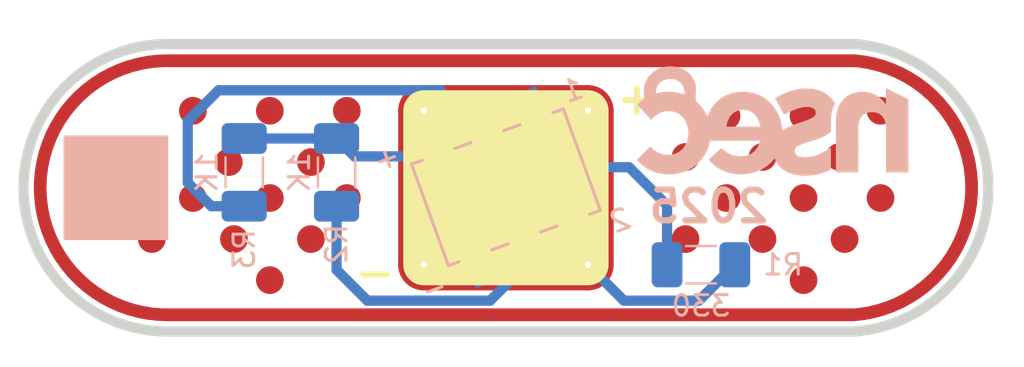
<source format=kicad_pcb>
(kicad_pcb (version 20240108) (generator "pcbnew") (generator_version "8.0")
  (layers (0 "F.Cu" signal) (31 "B.Cu" signal) (34 "B.Paste" user) (35 "F.Paste" user) (36 "B.SilkS" user "B.Silkscreen") (37 "F.SilkS" user "F.Silkscreen") (38 "B.Mask" user) (39 "F.Mask" user) (44 "Edge.Cuts" user))
  (net 0 "")
  (net 1 "Net-(D1-A)")
  (net 2 "GND")
  (net 3 "Net-(J1-SDA)")
  (net 4 "Net-(J1-SCL)")
  (net 5 "+3V3")
  (footprint "footprints:Pin 1 smd" (layer "F.Cu") (at 133.75 96.5)
    (property "Reference" "REF**" (hide yes))
    (property "Value" "Pin 1 smd" (hide yes))
    (pad "1" smd circle (at 0 0) (size 1.35 1.35) (layers "F.Cu" "F.Paste" "F.Mask"))
  )
  (footprint "footprints:Pin 1 smd" (layer "F.Cu") (at 161.5 94.5)
    (property "Reference" "REF**" (hide yes))
    (property "Value" "Pin 1 smd" (hide yes))
    (pad "1" smd circle (at 0 0) (size 1.35 1.35) (layers "F.Cu" "F.Paste" "F.Mask"))
  )
  (footprint "footprints:Pin 1 smd" (layer "F.Cu") (at 161.5 98.5)
    (property "Reference" "REF**" (hide yes))
    (property "Value" "Pin 1 smd" (hide yes))
    (pad "1" smd circle (at 0 0) (size 1.35 1.35) (layers "F.Cu" "F.Paste" "F.Mask"))
  )
  (footprint "footprints:Pin 1 smd" (layer "F.Cu") (at 167.25 92.25)
    (property "Reference" "REF**" (hide yes))
    (property "Value" "Pin 1 smd" (hide yes))
    (pad "1" smd circle (at 0 0) (size 1.35 1.35) (layers "F.Cu" "F.Paste" "F.Mask"))
  )
  (footprint "footprints:Pin 1 smd" (layer "F.Cu") (at 141.25 96.5)
    (property "Reference" "REF**" (hide yes))
    (property "Value" "Pin 1 smd" (hide yes))
    (pad "1" smd circle (at 0 0) (size 1.35 1.35) (layers "F.Cu" "F.Paste" "F.Mask"))
  )
  (footprint "footprints:Pin 1 smd" (layer "F.Cu") (at 131.75 94.75)
    (property "Reference" "REF**" (hide yes))
    (property "Value" "Pin 1 smd" (hide yes))
    (pad "1" smd circle (at 0 0) (size 1.35 1.35) (layers "F.Cu" "F.Paste" "F.Mask"))
  )
  (footprint "footprints:Pin 1 smd" (layer "F.Cu") (at 159.75 96.5)
    (property "Reference" "REF**" (hide yes))
    (property "Value" "Pin 1 smd" (hide yes))
    (pad "1" smd circle (at 0 0) (size 1.35 1.35) (layers "F.Cu" "F.Paste" "F.Mask"))
  )
  (footprint "footprints:LED_1206_3216Metric_Pad1.42x1.75mm_HandSolder" (layer "F.Cu") (at 149 96)
    (property "Reference" "D1" (at 0 -1.82 0) (layer "F.SilkS"))
    (property "Value" "LED")
    (fp_text user "+" (at 2.59 -0.73 0) (layer "F.SilkS") (effects (font (thickness 0.1)) (justify left bottom)))
    (fp_text user "-" (at -4.17 1.65 0) (layer "F.SilkS") (effects (font (thickness 0.1)) (justify left bottom)))
    (pad "1" smd roundrect (at -1.5875 -0.025) (size 1.625 2.1) (layers "F.Cu" "F.Paste" "F.Mask") (roundrect_rratio 0.175439) (net 2 "GND"))
    (pad "2" smd roundrect (at 1.5875 -0.025) (size 1.625 2.1) (layers "F.Cu" "F.Paste" "F.Mask") (roundrect_rratio 0.175439) (net 1 "Net-(D1-A)"))
  )
  (footprint "footprints:Pin 1 smd" (layer "F.Cu") (at 163.5 96.5)
    (property "Reference" "REF**" (hide yes))
    (property "Value" "Pin 1 smd" (hide yes))
    (pad "1" smd circle (at 0 0) (size 1.35 1.35) (layers "F.Cu" "F.Paste" "F.Mask"))
  )
  (footprint "footprints:Pin 1 smd" (layer "F.Cu") (at 167.25 96.5)
    (property "Reference" "REF**" (hide yes))
    (property "Value" "Pin 1 smd" (hide yes))
    (pad "1" smd circle (at 0 0) (size 1.35 1.35) (layers "F.Cu" "F.Paste" "F.Mask"))
  )
  (footprint "footprints:Pin 1 smd" (layer "F.Cu") (at 137.5 96.5)
    (property "Reference" "REF**" (hide yes))
    (property "Value" "Pin 1 smd" (hide yes))
    (pad "1" smd circle (at 0 0) (size 1.35 1.35) (layers "F.Cu" "F.Paste" "F.Mask"))
  )
  (footprint "footprints:Pin 1 smd" (layer "F.Cu") (at 159.75 92.5)
    (property "Reference" "REF**" (hide yes))
    (property "Value" "Pin 1 smd" (hide yes))
    (pad "1" smd circle (at 0 0) (size 1.35 1.35) (layers "F.Cu" "F.Paste" "F.Mask"))
  )
  (footprint "footprints:Pin 1 smd" (layer "F.Cu") (at 137.5 92.25)
    (property "Reference" "REF**" (hide yes))
    (property "Value" "Pin 1 smd" (hide yes))
    (pad "1" smd circle (at 0 0) (size 1.35 1.35) (layers "F.Cu" "F.Paste" "F.Mask"))
  )
  (footprint "footprints:Pin 1 smd" (layer "F.Cu") (at 133.75 92.25)
    (property "Reference" "REF**" (hide yes))
    (property "Value" "Pin 1 smd" (hide yes))
    (pad "1" smd circle (at 0 0) (size 1.35 1.35) (layers "F.Cu" "F.Paste" "F.Mask"))
  )
  (footprint "footprints:Pin 1 smd" (layer "F.Cu") (at 135.5 94.75)
    (property "Reference" "REF**" (hide yes))
    (property "Value" "Pin 1 smd" (hide yes))
    (pad "1" smd circle (at 0 0) (size 1.35 1.35) (layers "F.Cu" "F.Paste" "F.Mask"))
  )
  (footprint "footprints:Pin 1 smd" (layer "F.Cu") (at 131.75 98.5)
    (property "Reference" "REF**" (hide yes))
    (property "Value" "Pin 1 smd" (hide yes))
    (pad "1" smd circle (at 0 0) (size 1.35 1.35) (layers "F.Cu" "F.Paste" "F.Mask"))
  )
  (footprint "footprints:Pin 1 smd" (layer "F.Cu") (at 139.5 94.75)
    (property "Reference" "REF**" (hide yes))
    (property "Value" "Pin 1 smd" (hide yes))
    (pad "1" smd circle (at 0 0) (size 1.35 1.35) (layers "F.Cu" "F.Paste" "F.Mask"))
  )
  (footprint "footprints:Pin 1 smd" (layer "F.Cu") (at 157.75 98.5)
    (property "Reference" "REF**" (hide yes))
    (property "Value" "Pin 1 smd" (hide yes))
    (pad "1" smd circle (at 0 0) (size 1.35 1.35) (layers "F.Cu" "F.Paste" "F.Mask"))
  )
  (footprint "footprints:Pin 1 smd" (layer "F.Cu") (at 163.5 92.5)
    (property "Reference" "REF**" (hide yes))
    (property "Value" "Pin 1 smd" (hide yes))
    (pad "1" smd circle (at 0 0) (size 1.35 1.35) (layers "F.Cu" "F.Paste" "F.Mask"))
  )
  (footprint "footprints:Pin 1 smd" (layer "F.Cu") (at 137.5 100.5)
    (property "Reference" "REF**" (hide yes))
    (property "Value" "Pin 1 smd" (hide yes))
    (pad "1" smd circle (at 0 0) (size 1.35 1.35) (layers "F.Cu" "F.Paste" "F.Mask"))
  )
  (footprint "footprints:Pin 1 smd" (layer "F.Cu") (at 135.75 98.5)
    (property "Reference" "REF**" (hide yes))
    (property "Value" "Pin 1 smd" (hide yes))
    (pad "1" smd circle (at 0 0) (size 1.35 1.35) (layers "F.Cu" "F.Paste" "F.Mask"))
  )
  (footprint "footprints:Pin 1 smd" (layer "F.Cu") (at 139.5 98.5)
    (property "Reference" "REF**" (hide yes))
    (property "Value" "Pin 1 smd" (hide yes))
    (pad "1" smd circle (at 0 0) (size 1.35 1.35) (layers "F.Cu" "F.Paste" "F.Mask"))
  )
  (footprint "footprints:Pin 1 smd" (layer "F.Cu") (at 165.25 94.5)
    (property "Reference" "REF**" (hide yes))
    (property "Value" "Pin 1 smd" (hide yes))
    (pad "1" smd circle (at 0 0) (size 1.35 1.35) (layers "F.Cu" "F.Paste" "F.Mask"))
  )
  (footprint "footprints:Pin 1 smd" (layer "F.Cu") (at 163.5 100.5)
    (property "Reference" "REF**" (hide yes))
    (property "Value" "Pin 1 smd" (hide yes))
    (pad "1" smd circle (at 0 0) (size 1.35 1.35) (layers "F.Cu" "F.Paste" "F.Mask"))
  )
  (footprint "footprints:Pin 1 smd" (layer "F.Cu") (at 165.5 98.5)
    (property "Reference" "REF**" (hide yes))
    (property "Value" "Pin 1 smd" (hide yes))
    (pad "1" smd circle (at 0 0) (size 1.35 1.35) (layers "F.Cu" "F.Paste" "F.Mask"))
  )
  (footprint "footprints:Pin 1 smd" (layer "F.Cu") (at 141.25 92.25)
    (property "Reference" "REF**" (hide yes))
    (property "Value" "Pin 1 smd" (hide yes))
    (pad "1" smd circle (at 0 0) (size 1.35 1.35) (layers "F.Cu" "F.Paste" "F.Mask"))
  )
  (footprint "footprints:Pin 1 smd" (layer "F.Cu") (at 157.75 94.5)
    (property "Reference" "REF**" (hide yes))
    (property "Value" "Pin 1 smd" (hide yes))
    (pad "1" smd circle (at 0 0) (size 1.35 1.35) (layers "F.Cu" "F.Paste" "F.Mask"))
  )
  (footprint "footprints:nsec-2025" (layer "B.Cu") (at 161.887799 95.665893 180)
    (property "Reference" "REF**" (hide yes))
    (property "Value" "nsec-2025" (hide yes))
    (fp_text user "2025" (at -0.04731 -2.118696 0) (layer "B.SilkS") (effects (font (size 1.5 1.5) (thickness 0.3) (bold yes)) (justify left bottom mirror)))
  )
  (footprint "footprints:SAO Connector SMD" (layer "B.Cu") (at 149 95.975001 -160)
    (property "Reference" "J1" (hide yes))
    (property "Value" "SAO Connector SMD" (hide yes))
    (fp_text user "2" (at -5.25 -4 20) (layer "B.SilkS") (effects (justify left bottom mirror)))
    (fp_text user "-" (at 4.25 -4 20) (layer "B.SilkS") (effects (justify left bottom mirror)))
    (fp_text user "1" (at -5.25 2.75 20) (layer "B.SilkS") (effects (justify left bottom mirror)))
    (fp_text user "+" (at 4.25 2.75 20) (layer "B.SilkS") (effects (justify left bottom mirror)))
    (pad "1" smd rect (at -2.54 2.524999 200) (size 1.0414 3.2004) (layers "B.Cu" "B.Paste" "B.Mask"))
    (pad "2" smd rect (at -2.54 -2.524999 200) (size 1.0414 3.2004) (layers "B.Cu" "B.Paste" "B.Mask"))
    (pad "3" smd rect (at 0 2.524999 200) (size 1.0414 3.2004) (layers "B.Cu" "B.Paste" "B.Mask") (net 3 "Net-(J1-SDA)"))
    (pad "4" smd rect (at 0 -2.524999 200) (size 1.0414 3.2004) (layers "B.Cu" "B.Paste" "B.Mask") (net 4 "Net-(J1-SCL)"))
    (pad "5" smd rect (at 2.54 2.524999 200) (size 1.0414 3.2004) (layers "B.Cu" "B.Paste" "B.Mask") (net 5 "+3V3"))
    (pad "6" smd rect (at 2.54 -2.524999 200) (size 1.0414 3.2004) (layers "B.Cu" "B.Paste" "B.Mask") (net 2 "GND"))
  )
  (footprint "footprints:R_1206_3216Metric_Pad1.30x1.75mm_HandSolder" (layer "B.Cu") (at 158.5 99.75)
    (property "Reference" "R1" (at 4 0 0) (layer "B.SilkS") (effects (justify mirror)))
    (property "Value" "330" (at 0 2 0) (layer "B.SilkS") (effects (justify mirror)))
    (pad "1" smd roundrect (at -1.65 0) (size 1.5 2.2) (layers "B.Cu" "B.Paste" "B.Mask") (roundrect_rratio 0.192308) (net 5 "+3V3"))
    (pad "2" smd roundrect (at 1.65 0) (size 1.5 2.2) (layers "B.Cu" "B.Paste" "B.Mask") (roundrect_rratio 0.192308) (net 1 "Net-(D1-A)"))
  )
  (footprint "footprints:R_1206_3216Metric_Pad1.30x1.75mm_HandSolder" (layer "B.Cu") (at 140.75 95.25 90)
    (property "Reference" "R2" (at -3.5 0 90) (layer "B.SilkS") (effects (justify mirror)))
    (property "Value" "1K" (at 0 -1.82 90) (layer "B.SilkS") (effects (justify mirror)))
    (pad "1" smd roundrect (at -1.65 0 90) (size 1.5 2.2) (layers "B.Cu" "B.Paste" "B.Mask") (roundrect_rratio 0.192308) (net 4 "Net-(J1-SCL)"))
    (pad "2" smd roundrect (at 1.65 0 90) (size 1.5 2.2) (layers "B.Cu" "B.Paste" "B.Mask") (roundrect_rratio 0.192308) (net 5 "+3V3"))
  )
  (footprint "footprints:R_1206_3216Metric_Pad1.30x1.75mm_HandSolder" (layer "B.Cu") (at 136.25 95.25 90)
    (property "Reference" "R3" (at -3.75 0 90) (layer "B.SilkS") (effects (justify mirror)))
    (property "Value" "1K" (at 0 -1.82 90) (layer "B.SilkS") (effects (justify mirror)))
    (pad "1" smd roundrect (at -1.65 0 90) (size 1.5 2.2) (layers "B.Cu" "B.Paste" "B.Mask") (roundrect_rratio 0.192308) (net 3 "Net-(J1-SDA)"))
    (pad "2" smd roundrect (at 1.65 0 90) (size 1.5 2.2) (layers "B.Cu" "B.Paste" "B.Mask") (roundrect_rratio 0.192308) (net 5 "+3V3"))
  )
  (gr_line (start 154 92.25) (end 154 99.75) (stroke (width 0.5)) (layer "F.Cu"))
  (gr_arc (start 145 100.75) (mid 144.292893 100.457107) (end 144 99.75) (stroke (width 0.5)) (layer "F.Cu"))
  (gr_line (start 145 100.75) (end 153 100.75) (stroke (width 0.5)) (layer "F.Cu"))
  (gr_arc (start 144 92.25) (mid 144.292893 91.542893) (end 145 91.25) (stroke (width 0.5)) (layer "F.Cu"))
  (gr_line (start 144 92.25) (end 144 99.75) (stroke (width 0.5)) (layer "F.Cu"))
  (gr_line (start 153 91.25) (end 145 91.25) (stroke (width 0.5)) (layer "F.Cu"))
  (gr_arc (start 154 99.75) (mid 153.707107 100.457107) (end 153 100.75) (stroke (width 0.5)) (layer "F.Cu"))
  (gr_arc (start 153 91.25) (mid 153.707107 91.542893) (end 154 92.25) (stroke (width 0.5)) (layer "F.Cu"))
  (gr_rect (start 127.5 93.5) (end 132.5 98.5) (stroke (width 0.1)) (fill solid) (layer "B.SilkS"))
  (gr_poly (pts (arc (start 145 91.25) (mid 144.292893 91.542893) (end 144 92.25)) (arc (start 144 99.75) (mid 144.292893 100.457107) (end 145 100.75)) (arc (start 153 100.75) (mid 153.707107 100.457107) (end 154 99.75)) (arc (start 154 92.25) (mid 153.707107 91.542893) (end 153 91.25))) (fill solid) (layer "F.SilkS"))
  (gr_line (start 166 89) (end 132.5 89) (stroke (width 0.5)) (layer "Edge.Cuts"))
  (gr_arc (start 132.5 103) (mid 125.5 96) (end 132.5 89) (stroke (width 0.5)) (layer "Edge.Cuts"))
  (gr_arc (start 166 89) (mid 172.501297 96) (end 166 103) (stroke (width 0.5)) (layer "Edge.Cuts"))
  (gr_line (start 166 103) (end 132.5 103) (stroke (width 0.5)) (layer "Edge.Cuts"))
  (gr_text "-" (at 141.5 101 0) (layer "F.SilkS") (effects (font (size 1.5 1.5) (thickness 0.3) (bold yes)) (justify left bottom)))
  (gr_text "+" (at 154.25 92.5 0) (layer "F.SilkS") (effects (font (size 1.5 1.5) (thickness 0.3) (bold yes)) (justify left bottom)))
  (via (at 145 92.25) (size 0.6) (drill 0.3) (layers "F.Cu" "B.Cu") (net 0))
  (via (at 153 92.25) (size 0.6) (drill 0.3) (layers "F.Cu" "B.Cu") (net 0))
  (segment (start 150.6125 96) (end 150.6125 97.3625) (width 0.5) (layer "F.Cu") (net 1))
  (segment (start 150.6125 96) (end 150.5875 95.975) (width 0.5) (layer "F.Cu") (net 1))
  (segment (start 150.6125 97.3625) (end 153 99.75) (width 0.5) (layer "F.Cu") (net 1))
  (via (at 153 99.75) (size 0.6) (drill 0.3) (layers "F.Cu" "B.Cu") (net 1))
  (segment (start 153 99.75) (end 154.75 101.5) (width 0.5) (layer "B.Cu") (net 1))
  (segment (start 158.4 101.5) (end 160.15 99.75) (width 0.5) (layer "B.Cu") (net 1))
  (segment (start 154.75 101.5) (end 158.4 101.5) (width 0.5) (layer "B.Cu") (net 1))
  (segment (start 147.4125 97.3375) (end 145 99.75) (width 0.5) (layer "F.Cu") (net 2))
  (segment (start 147.4125 95.975) (end 147.4125 97.3375) (width 0.5) (layer "F.Cu") (net 2))
  (via (at 145 99.75) (size 0.6) (drill 0.3) (layers "F.Cu" "B.Cu") (net 2))
  (segment (start 146.943236 99.75) (end 147.476781 99.216455) (width 0.5) (layer "B.Cu") (net 2))
  (segment (start 145 99.75) (end 146.943236 99.75) (width 0.5) (layer "B.Cu") (net 2))
  (segment (start 135 91.25) (end 133.5 92.75) (width 0.5) (layer "B.Cu") (net 3))
  (segment (start 145.784121 91.25) (end 135 91.25) (width 0.5) (layer "B.Cu") (net 3))
  (segment (start 133.5 95.75) (end 134.65 96.9) (width 0.5) (layer "B.Cu") (net 3))
  (segment (start 134.65 96.9) (end 136.25 96.9) (width 0.5) (layer "B.Cu") (net 3))
  (segment (start 133.5 92.75) (end 133.5 95.75) (width 0.5) (layer "B.Cu") (net 3))
  (segment (start 148.136399 93.602278) (end 145.784121 91.25) (width 0.5) (layer "B.Cu") (net 3))
  (segment (start 148.233749 101.5) (end 142.25 101.5) (width 0.5) (layer "B.Cu") (net 4))
  (segment (start 149.863601 98.347724) (end 149.863601 99.870148) (width 0.5) (layer "B.Cu") (net 4))
  (segment (start 142.25 101.5) (end 140.75 100) (width 0.5) (layer "B.Cu") (net 4))
  (segment (start 149.863601 99.870148) (end 148.233749 101.5) (width 0.5) (layer "B.Cu") (net 4))
  (segment (start 140.75 100) (end 140.75 96.9) (width 0.5) (layer "B.Cu") (net 4))
  (segment (start 140.899998 93.450002) (end 140.75 93.6) (width 0.5) (layer "B.Cu") (net 5))
  (segment (start 147.028571 95.75) (end 150.5 95.75) (width 0.5) (layer "B.Cu") (net 5))
  (segment (start 150.5 95.75) (end 151.25 95) (width 0.5) (layer "B.Cu") (net 5))
  (segment (start 151.25 95) (end 155 95) (width 0.5) (layer "B.Cu") (net 5))
  (segment (start 141.621009 94.471009) (end 140.75 93.6) (width 0.5) (layer "B.Cu") (net 5))
  (segment (start 155 95) (end 156.85 96.85) (width 0.5) (layer "B.Cu") (net 5))
  (segment (start 140.75 93.6) (end 136.25 93.6) (width 0.5) (layer "B.Cu") (net 5))
  (segment (start 145.74958 94.471009) (end 147.028571 95.75) (width 0.5) (layer "B.Cu") (net 5))
  (segment (start 156.85 96.85) (end 156.85 99.75) (width 0.5) (layer "B.Cu") (net 5))
  (segment (start 145.74958 94.471009) (end 141.621009 94.471009) (width 0.5) (layer "B.Cu") (net 5))
  (zone (net 0) (net_name "") (layer "F.Cu") (connect_pads (clearance 0.5)) (min_thickness 0.25) (fill yes (thermal_gap 0.5) (thermal_bridge_width 0.5) (island_removal_mode 1) (island_area_min 10))
    (polygon (pts (xy 166.078024 87.878116) (xy 166.081704 87.878067) (xy 166.081704 87.878068) (xy 166.084501 87.87837) (xy 166.086973 87.878468) (xy 166.090376 87.879007) (xy 166.632531 87.937713) (xy 167.178028 88.034672) (xy 167.71567 88.168496) (xy 168.242969 88.338564) (xy 168.757485 88.544091) (xy 169.256837 88.784124) (xy 169.738713 89.057554) (xy 170.200883 89.363113) (xy 170.641208 89.699389) (xy 171.057651 90.064825) (xy 171.448284 90.45773) (xy 171.811299 90.876284) (xy 172.145016 91.318552) (xy 172.44789 91.782487) (xy 172.71852 92.26594) (xy 172.955654 92.766675) (xy 173.158194 93.282374) (xy 173.325202 93.810651) (xy 173.455905 94.34906) (xy 173.549699 94.89511) (xy 173.60615 95.446274) (xy 173.624996 96) (xy 173.60615 96.553726) (xy 173.549699 97.10489) (xy 173.455905 97.65094) (xy 173.325202 98.189349) (xy 173.158194 98.717626) (xy 172.955654 99.233325) (xy 172.71852 99.73406) (xy 172.44789 100.217513) (xy 172.145016 100.681448) (xy 171.811299 101.123716) (xy 171.448284 101.54227) (xy 171.057651 101.935175) (xy 170.641208 102.300611) (xy 170.200883 102.636887) (xy 169.738713 102.942446) (xy 169.256837 103.215876) (xy 168.757485 103.455909) (xy 168.242969 103.661436) (xy 167.71567 103.831504) (xy 167.178028 103.965328) (xy 166.632531 104.062287) (xy 166.090376 104.120992) (xy 166.086973 104.121532) (xy 166.084501 104.121629) (xy 166.081704 104.121932) (xy 166.081704 104.121933) (xy 166.078024 104.121883) (xy 165.998707 104.125) (xy 132.498707 104.125) (xy 132.4987 104.124999) (xy 131.944238 104.106059) (xy 131.392353 104.049324) (xy 130.845627 103.95506) (xy 130.306608 103.823705) (xy 129.777809 103.655872) (xy 129.261697 103.452344) (xy 128.760677 103.21407) (xy 128.277085 102.94216) (xy 127.813176 102.637883) (xy 127.371114 102.302657) (xy 126.952959 101.938045) (xy 126.56066 101.545747) (xy 126.196048 101.127592) (xy 125.860821 100.68553) (xy 125.556544 100.221622) (xy 125.284634 99.738031) (xy 125.046359 99.237011) (xy 124.842831 98.720899) (xy 124.674997 98.1921) (xy 124.543642 97.653081) (xy 124.449377 97.106355) (xy 124.392641 96.55447) (xy 124.3737 96) (xy 124.392641 95.44553) (xy 124.449377 94.893645) (xy 124.543642 94.346919) (xy 124.674997 93.8079) (xy 124.842831 93.279101) (xy 125.046359 92.762989) (xy 125.284634 92.261969) (xy 125.556544 91.778378) (xy 125.860821 91.31447) (xy 126.196048 90.872408) (xy 126.56066 90.454253) (xy 126.952959 90.061955) (xy 127.371114 89.697343) (xy 127.813176 89.362117) (xy 128.277085 89.05784) (xy 128.760677 88.78593) (xy 129.261697 88.547656) (xy 129.777809 88.344128) (xy 130.306608 88.176295) (xy 130.845627 88.04494) (xy 131.392353 87.950676) (xy 131.944238 87.893941) (xy 132.4987 87.875) (xy 165.998707 87.875)))
    (polygon (pts (xy 132.498706 90.125) (xy 132.261951 90.124999) (xy 131.789978 90.1631) (xy 131.3226 90.239056) (xy 130.86285 90.352374) (xy 130.413709 90.502319) (xy 129.978091 90.687918) (xy 129.558819 90.907969) (xy 129.158613 91.161043) (xy 128.78007 91.4455) (xy 128.425643 91.759494) (xy 128.097632 92.10099) (xy 127.798163 92.467772) (xy 127.529179 92.857463) (xy 127.292424 93.267533) (xy 127.089434 93.695325) (xy 126.921525 94.138064) (xy 126.789787 94.592878) (xy 126.695073 95.056818) (xy 126.637997 95.526875) (xy 126.618931 96) (xy 126.637997 96.473125) (xy 126.695073 96.943182) (xy 126.789787 97.407122) (xy 126.921525 97.861936) (xy 127.089434 98.304675) (xy 127.292424 98.732467) (xy 127.529179 99.142537) (xy 127.798163 99.532228) (xy 128.097632 99.89901) (xy 128.425643 100.240506) (xy 128.78007 100.5545) (xy 129.158613 100.838957) (xy 129.558819 101.092031) (xy 129.978091 101.312082) (xy 130.413709 101.497681) (xy 130.86285 101.647626) (xy 131.3226 101.760944) (xy 131.789978 101.8369) (xy 132.261951 101.875001) (xy 132.498706 101.875) (xy 165.957028 101.875) (xy 166.153651 101.860419) (xy 166.625136 101.786864) (xy 167.089134 101.675441) (xy 167.542607 101.526878) (xy 167.982589 101.342148) (xy 168.406199 101.122459) (xy 168.810667 100.86925) (xy 169.193344 100.584176) (xy 169.551728 100.269105) (xy 169.883472 99.926096) (xy 170.186406 99.557396) (xy 170.458548 99.165417) (xy 170.698116 98.752723) (xy 170.903543 98.322016) (xy 171.073485 97.876114) (xy 171.206829 97.417934) (xy 171.302703 96.950476) (xy 171.360479 96.476798) (xy 171.37978 96) (xy 171.360479 95.523202) (xy 171.302703 95.049524) (xy 171.206829 94.582066) (xy 171.073485 94.123886) (xy 170.903543 93.677984) (xy 170.698116 93.247277) (xy 170.458548 92.834583) (xy 170.186406 92.442604) (xy 169.883472 92.073904) (xy 169.551728 91.730895) (xy 169.193344 91.415824) (xy 168.810667 91.13075) (xy 168.406199 90.877541) (xy 167.982589 90.657852) (xy 167.542607 90.473122) (xy 167.089134 90.324559) (xy 166.625136 90.213136) (xy 166.153651 90.139581) (xy 165.957028 90.125) (xy 132.498707 90.125) (xy 132.498706 90.124999)))
  )
)
</source>
